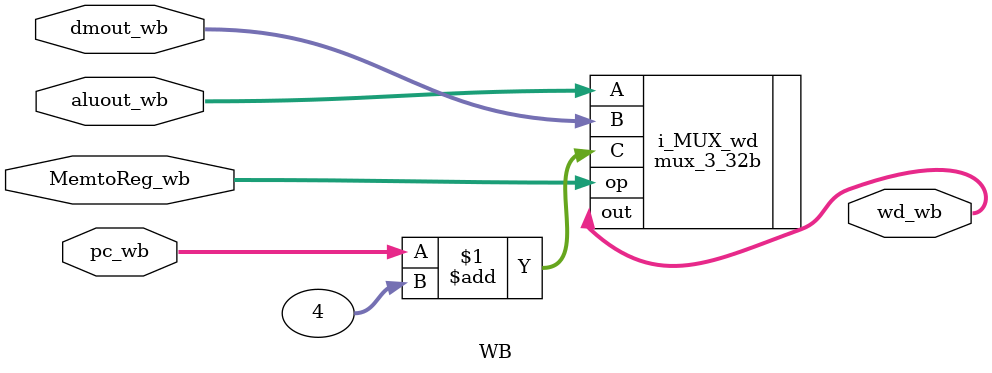
<source format=v>
`timescale 1ns / 1ps
module WB(
	input [1:0] MemtoReg_wb,
	input [31:0] dmout_wb,aluout_wb,pc_wb,
/*=========================================================================================================*/
	output [31:0]wd_wb
    );
/*=========================================================================================================*/
	mux_3_32b i_MUX_wd(.op(MemtoReg_wb),
							 .A(aluout_wb), 
							 .B(dmout_wb),
							 .C({pc_wb+4}),	
							//.C(pc_wb),
							//.C({pc_wb[31:2],2'b00}),
				   /*out*/.out(wd_wb));
/*=========================================================================================================*/


endmodule

</source>
